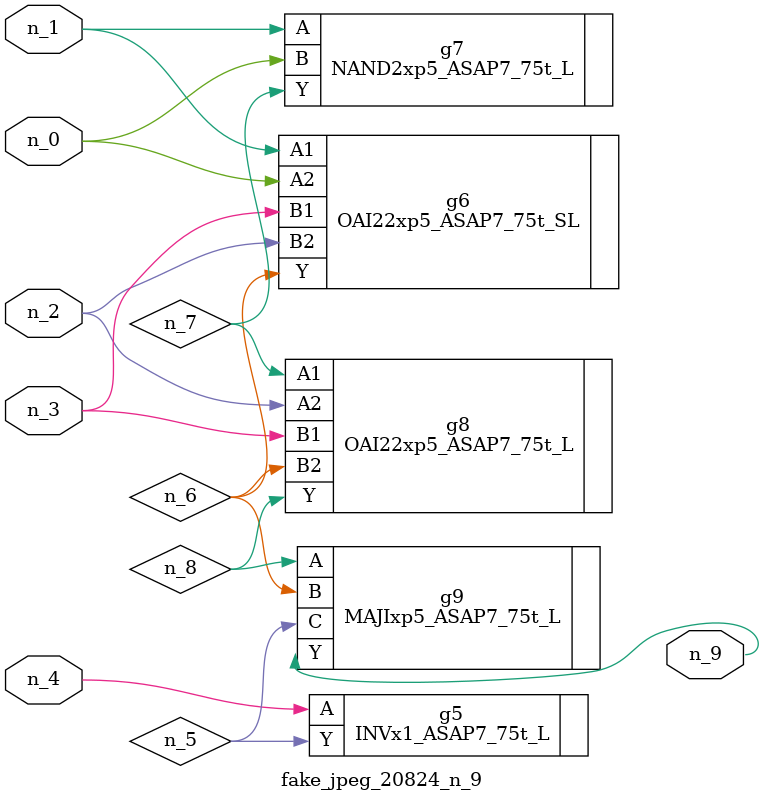
<source format=v>
module fake_jpeg_20824_n_9 (n_3, n_2, n_1, n_0, n_4, n_9);

input n_3;
input n_2;
input n_1;
input n_0;
input n_4;

output n_9;

wire n_8;
wire n_6;
wire n_5;
wire n_7;

INVx1_ASAP7_75t_L g5 ( 
.A(n_4),
.Y(n_5)
);

OAI22xp5_ASAP7_75t_SL g6 ( 
.A1(n_1),
.A2(n_0),
.B1(n_3),
.B2(n_2),
.Y(n_6)
);

NAND2xp5_ASAP7_75t_L g7 ( 
.A(n_1),
.B(n_0),
.Y(n_7)
);

OAI22xp5_ASAP7_75t_L g8 ( 
.A1(n_7),
.A2(n_2),
.B1(n_3),
.B2(n_6),
.Y(n_8)
);

MAJIxp5_ASAP7_75t_L g9 ( 
.A(n_8),
.B(n_6),
.C(n_5),
.Y(n_9)
);


endmodule
</source>
